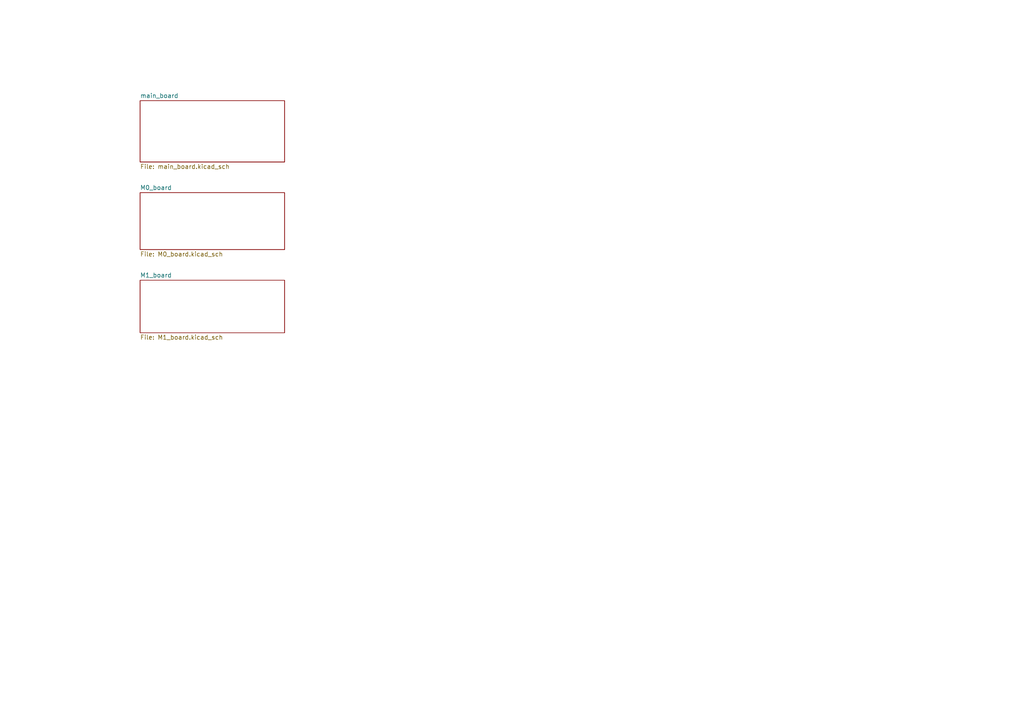
<source format=kicad_sch>
(kicad_sch (version 20230121) (generator eeschema)
  (paper "A4")
  (title_block (title "Q Motor Driver MB") (rev "1") (comment 1 "Drawn by: KHY"))
  (lib_symbols)
  (sheet (at 40.64 81.28) (size 41.91 15.24) (stroke (width 0.1524))
    (property "Sheetname" "M1_board" (at 40.64 80.5684 0) (effects (justify left bottom)))
    (property "Sheetfile" "M1_board.kicad_sch" (at 40.64 97.1046 0) (effects (justify left top)))
  )
  (sheet (at 40.64 55.88) (size 41.91 16.51) (stroke (width 0.1524))
    (property "Sheetname" "M0_board" (at 40.64 55.1684 0) (effects (justify left bottom)))
    (property "Sheetfile" "M0_board.kicad_sch" (at 40.64 72.9746 0) (effects (justify left top)))
  )
  (sheet (at 40.64 29.21) (size 41.91 17.78) (stroke (width 0.1524))
    (property "Sheetname" "main_board" (at 40.64 28.4984 0) (effects (justify left bottom)))
    (property "Sheetfile" "main_board.kicad_sch" (at 40.64 47.5746 0) (effects (justify left top)))
  )
)
</source>
